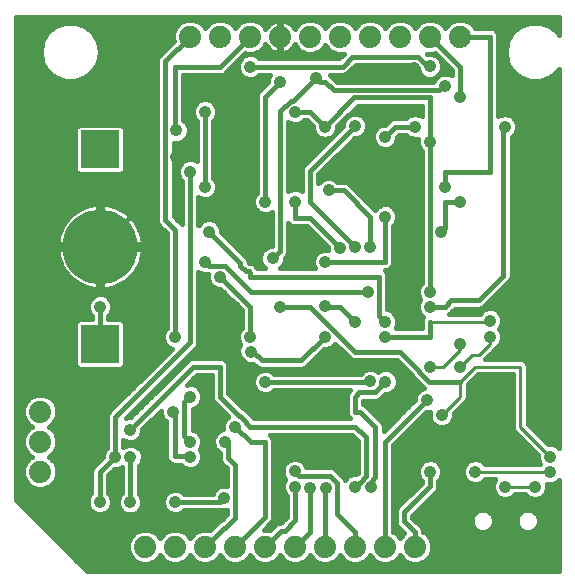
<source format=gbl>
G75*
%MOIN*%
%OFA0B0*%
%FSLAX25Y25*%
%IPPOS*%
%LPD*%
%AMOC8*
5,1,8,0,0,1.08239X$1,22.5*
%
%ADD10C,0.25000*%
%ADD11R,0.12598X0.12598*%
%ADD12C,0.07400*%
%ADD13C,0.01600*%
%ADD14C,0.04165*%
%ADD15C,0.01000*%
D10*
X0037913Y0121346D03*
D11*
X0037913Y0088963D03*
X0037913Y0153730D03*
D12*
X0067913Y0191346D03*
X0077913Y0191346D03*
X0087913Y0191346D03*
X0097913Y0191346D03*
X0107913Y0191346D03*
X0117913Y0191346D03*
X0127913Y0191346D03*
X0137913Y0191346D03*
X0147913Y0191346D03*
X0157913Y0191346D03*
X0017913Y0066346D03*
X0017913Y0056346D03*
X0017913Y0046346D03*
X0052913Y0021346D03*
X0062913Y0021346D03*
X0072913Y0021346D03*
X0082913Y0021346D03*
X0092913Y0021346D03*
X0102913Y0021346D03*
X0112913Y0021346D03*
X0122913Y0021346D03*
X0132913Y0021346D03*
X0142913Y0021346D03*
D13*
X0047475Y0023112D02*
X0023648Y0023112D01*
X0025246Y0021514D02*
X0047213Y0021514D01*
X0047213Y0022480D02*
X0047213Y0020213D01*
X0048081Y0018118D01*
X0049685Y0016514D01*
X0051780Y0015646D01*
X0054047Y0015646D01*
X0056142Y0016514D01*
X0057746Y0018118D01*
X0057913Y0018523D01*
X0058081Y0018118D01*
X0059685Y0016514D01*
X0061780Y0015646D01*
X0064047Y0015646D01*
X0066142Y0016514D01*
X0067746Y0018118D01*
X0067913Y0018523D01*
X0068081Y0018118D01*
X0069685Y0016514D01*
X0071780Y0015646D01*
X0074047Y0015646D01*
X0076142Y0016514D01*
X0077746Y0018118D01*
X0077913Y0018523D01*
X0078081Y0018118D01*
X0079685Y0016514D01*
X0081780Y0015646D01*
X0084047Y0015646D01*
X0086142Y0016514D01*
X0087746Y0018118D01*
X0087913Y0018523D01*
X0088081Y0018118D01*
X0089685Y0016514D01*
X0091780Y0015646D01*
X0094047Y0015646D01*
X0096142Y0016514D01*
X0097746Y0018118D01*
X0097913Y0018523D01*
X0098081Y0018118D01*
X0099685Y0016514D01*
X0101780Y0015646D01*
X0104047Y0015646D01*
X0106142Y0016514D01*
X0107746Y0018118D01*
X0107913Y0018523D01*
X0108081Y0018118D01*
X0109685Y0016514D01*
X0111780Y0015646D01*
X0114047Y0015646D01*
X0116142Y0016514D01*
X0117746Y0018118D01*
X0117913Y0018523D01*
X0118081Y0018118D01*
X0119685Y0016514D01*
X0121780Y0015646D01*
X0124047Y0015646D01*
X0126142Y0016514D01*
X0127746Y0018118D01*
X0127913Y0018523D01*
X0128081Y0018118D01*
X0129685Y0016514D01*
X0131780Y0015646D01*
X0134047Y0015646D01*
X0136142Y0016514D01*
X0137746Y0018118D01*
X0137913Y0018523D01*
X0138081Y0018118D01*
X0139685Y0016514D01*
X0141780Y0015646D01*
X0144047Y0015646D01*
X0146142Y0016514D01*
X0147746Y0018118D01*
X0148613Y0020213D01*
X0148613Y0022480D01*
X0147746Y0024575D01*
X0146142Y0026179D01*
X0145713Y0026356D01*
X0145713Y0026695D01*
X0145287Y0027724D01*
X0142031Y0030981D01*
X0142031Y0031712D01*
X0150287Y0039968D01*
X0150713Y0040998D01*
X0150713Y0043373D01*
X0151375Y0044034D01*
X0151996Y0045534D01*
X0151996Y0047159D01*
X0151375Y0048659D01*
X0150226Y0049808D01*
X0148725Y0050429D01*
X0147101Y0050429D01*
X0145601Y0049808D01*
X0144452Y0048659D01*
X0143831Y0047159D01*
X0143831Y0045534D01*
X0144452Y0044034D01*
X0145113Y0043373D01*
X0145113Y0042714D01*
X0136857Y0034458D01*
X0136431Y0033429D01*
X0136431Y0029264D01*
X0136857Y0028235D01*
X0139299Y0025793D01*
X0138081Y0024575D01*
X0137913Y0024170D01*
X0137746Y0024575D01*
X0136142Y0026179D01*
X0135713Y0026356D01*
X0135713Y0055187D01*
X0145287Y0064760D01*
X0146698Y0066171D01*
X0147633Y0066171D01*
X0147813Y0066246D01*
X0147738Y0066066D01*
X0147738Y0064442D01*
X0148360Y0062941D01*
X0149508Y0061793D01*
X0151009Y0061171D01*
X0152633Y0061171D01*
X0154134Y0061793D01*
X0155282Y0062941D01*
X0155904Y0064442D01*
X0155904Y0065801D01*
X0159330Y0069227D01*
X0160033Y0069930D01*
X0160413Y0070849D01*
X0160413Y0075065D01*
X0160587Y0075485D01*
X0163949Y0078846D01*
X0175413Y0078846D01*
X0175413Y0060849D01*
X0175794Y0059930D01*
X0176497Y0059227D01*
X0183831Y0051894D01*
X0183831Y0050534D01*
X0184452Y0049034D01*
X0184640Y0048846D01*
X0166187Y0048846D01*
X0165226Y0049808D01*
X0163725Y0050429D01*
X0162101Y0050429D01*
X0160601Y0049808D01*
X0159452Y0048659D01*
X0158831Y0047159D01*
X0158831Y0045534D01*
X0159452Y0044034D01*
X0160601Y0042885D01*
X0162101Y0042264D01*
X0163725Y0042264D01*
X0165226Y0042885D01*
X0166187Y0043846D01*
X0169640Y0043846D01*
X0169452Y0043659D01*
X0168831Y0042159D01*
X0168831Y0040534D01*
X0169452Y0039034D01*
X0170601Y0037885D01*
X0172101Y0037264D01*
X0173725Y0037264D01*
X0175226Y0037885D01*
X0176187Y0038846D01*
X0179640Y0038846D01*
X0180601Y0037885D01*
X0182101Y0037264D01*
X0183725Y0037264D01*
X0185226Y0037885D01*
X0186375Y0039034D01*
X0186996Y0040534D01*
X0186996Y0042159D01*
X0186922Y0042338D01*
X0187101Y0042264D01*
X0188725Y0042264D01*
X0190226Y0042885D01*
X0190835Y0043494D01*
X0190835Y0013346D01*
X0033413Y0013346D01*
X0009913Y0036846D01*
X0009913Y0198047D01*
X0190835Y0198047D01*
X0190835Y0192026D01*
X0190459Y0192678D01*
X0190459Y0192678D01*
X0187838Y0194876D01*
X0187838Y0194876D01*
X0184624Y0196046D01*
X0181203Y0196046D01*
X0177989Y0194876D01*
X0175368Y0192678D01*
X0175368Y0192678D01*
X0175368Y0192678D01*
X0173658Y0189715D01*
X0173064Y0186346D01*
X0173658Y0182978D01*
X0173658Y0182978D01*
X0175368Y0180015D01*
X0177989Y0177816D01*
X0181203Y0176646D01*
X0184624Y0176646D01*
X0187838Y0177816D01*
X0190459Y0180015D01*
X0190459Y0180015D01*
X0190459Y0180015D01*
X0190835Y0180667D01*
X0190835Y0054199D01*
X0190226Y0054808D01*
X0188725Y0055429D01*
X0187366Y0055429D01*
X0180413Y0062382D01*
X0180413Y0081844D01*
X0180033Y0082763D01*
X0179330Y0083466D01*
X0178411Y0083846D01*
X0166374Y0083846D01*
X0168745Y0086218D01*
X0169028Y0086501D01*
X0169330Y0086802D01*
X0170033Y0087506D01*
X0170183Y0087867D01*
X0170226Y0087885D01*
X0171375Y0089034D01*
X0171996Y0090534D01*
X0171996Y0092159D01*
X0171375Y0093659D01*
X0171011Y0094022D01*
X0171375Y0094386D01*
X0171996Y0095886D01*
X0171996Y0097511D01*
X0171375Y0099011D01*
X0170226Y0100160D01*
X0168725Y0100781D01*
X0167101Y0100781D01*
X0165601Y0100160D01*
X0164452Y0099011D01*
X0164384Y0098846D01*
X0154195Y0098846D01*
X0154499Y0098973D01*
X0156184Y0100657D01*
X0164667Y0100657D01*
X0165696Y0101084D01*
X0174687Y0110075D01*
X0175113Y0111104D01*
X0175113Y0157839D01*
X0175226Y0157885D01*
X0176375Y0159034D01*
X0176996Y0160534D01*
X0176996Y0162159D01*
X0176375Y0163659D01*
X0175226Y0164808D01*
X0173725Y0165429D01*
X0172101Y0165429D01*
X0170713Y0164854D01*
X0170713Y0191903D01*
X0170287Y0192933D01*
X0169499Y0193720D01*
X0168470Y0194146D01*
X0162923Y0194146D01*
X0162746Y0194575D01*
X0161142Y0196179D01*
X0159047Y0197046D01*
X0156780Y0197046D01*
X0154685Y0196179D01*
X0153081Y0194575D01*
X0152913Y0194170D01*
X0152746Y0194575D01*
X0151142Y0196179D01*
X0149047Y0197046D01*
X0146780Y0197046D01*
X0144685Y0196179D01*
X0143081Y0194575D01*
X0142913Y0194170D01*
X0142746Y0194575D01*
X0141142Y0196179D01*
X0139047Y0197046D01*
X0136780Y0197046D01*
X0134685Y0196179D01*
X0133081Y0194575D01*
X0132913Y0194170D01*
X0132746Y0194575D01*
X0131142Y0196179D01*
X0129047Y0197046D01*
X0126780Y0197046D01*
X0124685Y0196179D01*
X0123081Y0194575D01*
X0122913Y0194170D01*
X0122746Y0194575D01*
X0121142Y0196179D01*
X0119047Y0197046D01*
X0116780Y0197046D01*
X0114685Y0196179D01*
X0113081Y0194575D01*
X0112913Y0194170D01*
X0112746Y0194575D01*
X0111142Y0196179D01*
X0109047Y0197046D01*
X0106780Y0197046D01*
X0104685Y0196179D01*
X0103081Y0194575D01*
X0102794Y0193882D01*
X0102617Y0194229D01*
X0102109Y0194929D01*
X0101496Y0195542D01*
X0100796Y0196050D01*
X0100025Y0196443D01*
X0099201Y0196711D01*
X0098346Y0196846D01*
X0098113Y0196846D01*
X0098113Y0191547D01*
X0097713Y0191547D01*
X0097713Y0196846D01*
X0097481Y0196846D01*
X0096625Y0196711D01*
X0095802Y0196443D01*
X0095031Y0196050D01*
X0094330Y0195542D01*
X0093718Y0194929D01*
X0093209Y0194229D01*
X0093033Y0193882D01*
X0092746Y0194575D01*
X0091142Y0196179D01*
X0089047Y0197046D01*
X0086780Y0197046D01*
X0084685Y0196179D01*
X0083081Y0194575D01*
X0082913Y0194170D01*
X0082746Y0194575D01*
X0081142Y0196179D01*
X0079047Y0197046D01*
X0076780Y0197046D01*
X0074685Y0196179D01*
X0073081Y0194575D01*
X0072913Y0194170D01*
X0072746Y0194575D01*
X0071142Y0196179D01*
X0069047Y0197046D01*
X0066780Y0197046D01*
X0064685Y0196179D01*
X0063081Y0194575D01*
X0062213Y0192480D01*
X0062213Y0190213D01*
X0062391Y0189784D01*
X0057251Y0184644D01*
X0056824Y0183614D01*
X0056824Y0129776D01*
X0057251Y0128747D01*
X0058038Y0127959D01*
X0058038Y0127959D01*
X0060113Y0125884D01*
X0060113Y0094320D01*
X0059452Y0093659D01*
X0058831Y0092159D01*
X0058831Y0090534D01*
X0059452Y0089034D01*
X0060601Y0087885D01*
X0061860Y0087364D01*
X0041327Y0066831D01*
X0040540Y0066044D01*
X0040113Y0065015D01*
X0040113Y0054320D01*
X0039452Y0053659D01*
X0038831Y0052159D01*
X0038831Y0051224D01*
X0036223Y0048616D01*
X0035436Y0047828D01*
X0035009Y0046799D01*
X0035009Y0039216D01*
X0034348Y0038555D01*
X0033727Y0037055D01*
X0033727Y0035430D01*
X0034348Y0033930D01*
X0035497Y0032781D01*
X0036997Y0032160D01*
X0038621Y0032160D01*
X0040122Y0032781D01*
X0041270Y0033930D01*
X0041892Y0035430D01*
X0041892Y0037055D01*
X0041270Y0038555D01*
X0040609Y0039216D01*
X0040609Y0045083D01*
X0042791Y0047264D01*
X0043725Y0047264D01*
X0045217Y0047882D01*
X0045217Y0039226D01*
X0044452Y0038461D01*
X0043831Y0036960D01*
X0043831Y0035336D01*
X0044452Y0033835D01*
X0045601Y0032687D01*
X0047101Y0032065D01*
X0048725Y0032065D01*
X0050226Y0032687D01*
X0051375Y0033835D01*
X0051996Y0035336D01*
X0051996Y0036960D01*
X0051375Y0038461D01*
X0050817Y0039018D01*
X0050817Y0048269D01*
X0051479Y0048930D01*
X0052100Y0050430D01*
X0052100Y0052055D01*
X0051479Y0053555D01*
X0050330Y0054704D01*
X0048830Y0055325D01*
X0047205Y0055325D01*
X0045713Y0054707D01*
X0045713Y0056795D01*
X0047101Y0056220D01*
X0048725Y0056220D01*
X0050226Y0056842D01*
X0051375Y0057990D01*
X0051996Y0059491D01*
X0051996Y0060426D01*
X0058271Y0066701D01*
X0058271Y0065534D01*
X0058893Y0064034D01*
X0059948Y0062979D01*
X0059948Y0050955D01*
X0060374Y0049926D01*
X0061162Y0049138D01*
X0062191Y0048712D01*
X0064774Y0048712D01*
X0065601Y0047885D01*
X0067101Y0047264D01*
X0068725Y0047264D01*
X0070226Y0047885D01*
X0071375Y0049034D01*
X0071996Y0050534D01*
X0071996Y0052159D01*
X0071375Y0053659D01*
X0071187Y0053846D01*
X0071375Y0054034D01*
X0071996Y0055534D01*
X0071996Y0057159D01*
X0071375Y0058659D01*
X0070226Y0059808D01*
X0068837Y0060383D01*
X0068837Y0067310D01*
X0070226Y0067885D01*
X0071375Y0069034D01*
X0071996Y0070534D01*
X0071996Y0072159D01*
X0071375Y0073659D01*
X0070226Y0074808D01*
X0068725Y0075429D01*
X0067101Y0075429D01*
X0066927Y0075357D01*
X0070116Y0078546D01*
X0075113Y0078546D01*
X0075113Y0070789D01*
X0075540Y0069760D01*
X0080547Y0064753D01*
X0079452Y0063659D01*
X0078831Y0062159D01*
X0078831Y0060534D01*
X0078880Y0060415D01*
X0077381Y0059794D01*
X0076233Y0058645D01*
X0075611Y0057145D01*
X0075611Y0055521D01*
X0076233Y0054020D01*
X0077381Y0052872D01*
X0077784Y0052705D01*
X0077784Y0050387D01*
X0078211Y0049358D01*
X0078998Y0048570D01*
X0080113Y0047455D01*
X0080113Y0041656D01*
X0080043Y0041685D01*
X0078419Y0041685D01*
X0076918Y0041064D01*
X0075770Y0039915D01*
X0075403Y0039031D01*
X0065887Y0039031D01*
X0065226Y0039692D01*
X0063725Y0040313D01*
X0062101Y0040313D01*
X0060601Y0039692D01*
X0059452Y0038543D01*
X0058831Y0037043D01*
X0058831Y0035419D01*
X0059452Y0033918D01*
X0060601Y0032770D01*
X0062101Y0032148D01*
X0063725Y0032148D01*
X0065226Y0032770D01*
X0065887Y0033431D01*
X0078416Y0033431D01*
X0078631Y0033520D01*
X0080043Y0033520D01*
X0080113Y0033549D01*
X0080113Y0032080D01*
X0078372Y0030339D01*
X0077645Y0030037D01*
X0074476Y0026869D01*
X0074047Y0027046D01*
X0071780Y0027046D01*
X0069685Y0026179D01*
X0068081Y0024575D01*
X0067913Y0024170D01*
X0067746Y0024575D01*
X0066142Y0026179D01*
X0064047Y0027046D01*
X0061780Y0027046D01*
X0059685Y0026179D01*
X0058081Y0024575D01*
X0057913Y0024170D01*
X0057746Y0024575D01*
X0056142Y0026179D01*
X0054047Y0027046D01*
X0051780Y0027046D01*
X0049685Y0026179D01*
X0048081Y0024575D01*
X0047213Y0022480D01*
X0048217Y0024711D02*
X0022049Y0024711D01*
X0020451Y0026309D02*
X0050000Y0026309D01*
X0055827Y0026309D02*
X0060000Y0026309D01*
X0058217Y0024711D02*
X0057610Y0024711D01*
X0057828Y0018317D02*
X0057999Y0018317D01*
X0059481Y0016718D02*
X0056346Y0016718D01*
X0049481Y0016718D02*
X0030042Y0016718D01*
X0031640Y0015120D02*
X0190835Y0015120D01*
X0190835Y0016718D02*
X0146346Y0016718D01*
X0147828Y0018317D02*
X0190835Y0018317D01*
X0190835Y0019915D02*
X0148490Y0019915D01*
X0148613Y0021514D02*
X0190835Y0021514D01*
X0190835Y0023112D02*
X0148352Y0023112D01*
X0147610Y0024711D02*
X0190835Y0024711D01*
X0190835Y0026309D02*
X0145827Y0026309D01*
X0145104Y0027908D02*
X0162338Y0027908D01*
X0162319Y0027927D02*
X0163352Y0026894D01*
X0164702Y0026335D01*
X0166164Y0026335D01*
X0167514Y0026894D01*
X0168547Y0027927D01*
X0169106Y0029277D01*
X0169106Y0030739D01*
X0168547Y0032089D01*
X0167514Y0033122D01*
X0166164Y0033681D01*
X0164702Y0033681D01*
X0163352Y0033122D01*
X0162319Y0032089D01*
X0161760Y0030739D01*
X0161760Y0029277D01*
X0162319Y0027927D01*
X0161760Y0029506D02*
X0143505Y0029506D01*
X0142031Y0031105D02*
X0161912Y0031105D01*
X0162934Y0032703D02*
X0143022Y0032703D01*
X0144620Y0034302D02*
X0190835Y0034302D01*
X0190835Y0035900D02*
X0146219Y0035900D01*
X0147817Y0037499D02*
X0171534Y0037499D01*
X0169426Y0039097D02*
X0149416Y0039097D01*
X0150588Y0040696D02*
X0168831Y0040696D01*
X0168887Y0042294D02*
X0163799Y0042294D01*
X0162027Y0042294D02*
X0150713Y0042294D01*
X0151234Y0043893D02*
X0159593Y0043893D01*
X0158848Y0045491D02*
X0151978Y0045491D01*
X0151996Y0047090D02*
X0158831Y0047090D01*
X0159482Y0048688D02*
X0151345Y0048688D01*
X0149069Y0050287D02*
X0161758Y0050287D01*
X0164069Y0050287D02*
X0183933Y0050287D01*
X0183831Y0051885D02*
X0135713Y0051885D01*
X0135713Y0050287D02*
X0146758Y0050287D01*
X0144482Y0048688D02*
X0135713Y0048688D01*
X0135713Y0047090D02*
X0143831Y0047090D01*
X0143848Y0045491D02*
X0135713Y0045491D01*
X0135713Y0043893D02*
X0144593Y0043893D01*
X0144693Y0042294D02*
X0135713Y0042294D01*
X0135713Y0040696D02*
X0143095Y0040696D01*
X0141496Y0039097D02*
X0135713Y0039097D01*
X0135713Y0037499D02*
X0139898Y0037499D01*
X0138299Y0035900D02*
X0135713Y0035900D01*
X0135713Y0034302D02*
X0136792Y0034302D01*
X0136431Y0032703D02*
X0135713Y0032703D01*
X0135713Y0031105D02*
X0136431Y0031105D01*
X0136431Y0029506D02*
X0135713Y0029506D01*
X0135713Y0027908D02*
X0137184Y0027908D01*
X0135827Y0026309D02*
X0138783Y0026309D01*
X0138217Y0024711D02*
X0137610Y0024711D01*
X0132913Y0026555D02*
X0132913Y0021346D01*
X0132913Y0056346D01*
X0142913Y0066346D01*
X0146821Y0070254D01*
X0147099Y0069976D01*
X0142738Y0070131D02*
X0141327Y0068720D01*
X0132424Y0059817D01*
X0132424Y0061903D01*
X0131998Y0062933D01*
X0126998Y0067933D01*
X0126210Y0068720D01*
X0125713Y0068926D01*
X0125713Y0069968D01*
X0130100Y0069968D01*
X0131129Y0070394D01*
X0131917Y0071182D01*
X0132999Y0072264D01*
X0133795Y0072264D01*
X0135295Y0072885D01*
X0136444Y0074034D01*
X0137065Y0075534D01*
X0137065Y0077159D01*
X0136444Y0078659D01*
X0135295Y0079808D01*
X0133795Y0080429D01*
X0132171Y0080429D01*
X0130670Y0079808D01*
X0130552Y0079690D01*
X0130330Y0079912D01*
X0128830Y0080533D01*
X0127205Y0080533D01*
X0125705Y0079912D01*
X0124836Y0079042D01*
X0095991Y0079042D01*
X0095330Y0079704D01*
X0093830Y0080325D01*
X0092205Y0080325D01*
X0090705Y0079704D01*
X0089556Y0078555D01*
X0088935Y0077055D01*
X0088935Y0075430D01*
X0089556Y0073930D01*
X0090705Y0072781D01*
X0092205Y0072160D01*
X0093830Y0072160D01*
X0095330Y0072781D01*
X0095991Y0073442D01*
X0121050Y0073442D01*
X0120540Y0072933D01*
X0120113Y0071903D01*
X0120113Y0065789D01*
X0120540Y0064760D01*
X0121154Y0064146D01*
X0089099Y0064146D01*
X0088970Y0064458D01*
X0088182Y0065246D01*
X0086025Y0067403D01*
X0085670Y0067550D01*
X0080713Y0072506D01*
X0080713Y0081903D01*
X0080287Y0082933D01*
X0079499Y0083720D01*
X0078470Y0084146D01*
X0068400Y0084146D01*
X0067371Y0083720D01*
X0066583Y0082933D01*
X0048036Y0064386D01*
X0047101Y0064386D01*
X0046589Y0064174D01*
X0069499Y0087084D01*
X0069499Y0087084D01*
X0070287Y0087872D01*
X0070713Y0088901D01*
X0070713Y0112839D01*
X0072101Y0112264D01*
X0073590Y0112264D01*
X0073674Y0112229D01*
X0073860Y0112229D01*
X0073831Y0112159D01*
X0073831Y0110534D01*
X0074452Y0109034D01*
X0075601Y0107885D01*
X0077101Y0107264D01*
X0078036Y0107264D01*
X0085113Y0100187D01*
X0085113Y0094320D01*
X0084452Y0093659D01*
X0083831Y0092159D01*
X0083831Y0090534D01*
X0084452Y0089034D01*
X0084709Y0088777D01*
X0084626Y0088694D01*
X0084004Y0087193D01*
X0084004Y0085569D01*
X0084626Y0084068D01*
X0085774Y0082920D01*
X0087275Y0082298D01*
X0088899Y0082298D01*
X0088911Y0082303D01*
X0090131Y0081084D01*
X0091160Y0080657D01*
X0105581Y0080657D01*
X0106610Y0081084D01*
X0112686Y0087160D01*
X0113621Y0087160D01*
X0115122Y0087781D01*
X0116270Y0088930D01*
X0116300Y0089000D01*
X0120540Y0084760D01*
X0121327Y0083973D01*
X0122356Y0083546D01*
X0136754Y0083546D01*
X0141832Y0078468D01*
X0141975Y0078122D01*
X0145337Y0074760D01*
X0145833Y0074264D01*
X0144508Y0073715D01*
X0143360Y0072567D01*
X0142738Y0071066D01*
X0142738Y0070131D01*
X0142076Y0069469D02*
X0125713Y0069469D01*
X0127060Y0067871D02*
X0140478Y0067871D01*
X0138879Y0066272D02*
X0128659Y0066272D01*
X0130257Y0064674D02*
X0137281Y0064674D01*
X0135682Y0063075D02*
X0131856Y0063075D01*
X0132424Y0061476D02*
X0134084Y0061476D01*
X0132485Y0059878D02*
X0132424Y0059878D01*
X0129624Y0061346D02*
X0124624Y0066346D01*
X0122913Y0066346D01*
X0122913Y0071346D01*
X0124335Y0072768D01*
X0129543Y0072768D01*
X0131700Y0074925D01*
X0131700Y0075064D01*
X0132983Y0076346D01*
X0134766Y0072666D02*
X0143459Y0072666D01*
X0142739Y0071068D02*
X0131802Y0071068D01*
X0136540Y0074265D02*
X0145833Y0074265D01*
X0145337Y0074760D02*
X0145337Y0074760D01*
X0144234Y0075863D02*
X0137065Y0075863D01*
X0136940Y0077462D02*
X0142636Y0077462D01*
X0141240Y0079060D02*
X0136043Y0079060D01*
X0138043Y0082257D02*
X0107784Y0082257D01*
X0109382Y0083856D02*
X0121610Y0083856D01*
X0120540Y0084760D02*
X0120540Y0084760D01*
X0119846Y0085454D02*
X0110981Y0085454D01*
X0112579Y0087053D02*
X0118247Y0087053D01*
X0116649Y0088651D02*
X0115992Y0088651D01*
X0112809Y0091242D02*
X0105024Y0083457D01*
X0091717Y0083457D01*
X0088793Y0086381D01*
X0088087Y0086381D01*
X0084838Y0083856D02*
X0079172Y0083856D01*
X0080567Y0082257D02*
X0088957Y0082257D01*
X0087913Y0081346D02*
X0087913Y0071346D01*
X0092913Y0066346D01*
X0088754Y0064674D02*
X0120627Y0064674D01*
X0120113Y0066272D02*
X0087156Y0066272D01*
X0085349Y0067871D02*
X0120113Y0067871D01*
X0120113Y0069469D02*
X0083751Y0069469D01*
X0082152Y0071068D02*
X0120113Y0071068D01*
X0120429Y0072666D02*
X0095052Y0072666D01*
X0093017Y0076242D02*
X0127809Y0076242D01*
X0128017Y0076451D01*
X0124853Y0079060D02*
X0095973Y0079060D01*
X0093121Y0076346D02*
X0093017Y0076242D01*
X0090983Y0072666D02*
X0080713Y0072666D01*
X0080713Y0074265D02*
X0089418Y0074265D01*
X0088935Y0075863D02*
X0080713Y0075863D01*
X0080713Y0077462D02*
X0089103Y0077462D01*
X0090061Y0079060D02*
X0080713Y0079060D01*
X0080713Y0080659D02*
X0091157Y0080659D01*
X0087913Y0081346D02*
X0082913Y0086346D01*
X0082913Y0101138D01*
X0082809Y0101242D01*
X0083861Y0101439D02*
X0070713Y0101439D01*
X0070713Y0099841D02*
X0085113Y0099841D01*
X0085113Y0098242D02*
X0070713Y0098242D01*
X0070713Y0096644D02*
X0085113Y0096644D01*
X0085113Y0095045D02*
X0070713Y0095045D01*
X0070713Y0093447D02*
X0084364Y0093447D01*
X0083831Y0091848D02*
X0070713Y0091848D01*
X0070713Y0090250D02*
X0083949Y0090250D01*
X0084608Y0088651D02*
X0070610Y0088651D01*
X0069468Y0087053D02*
X0084004Y0087053D01*
X0084052Y0085454D02*
X0067870Y0085454D01*
X0067698Y0083856D02*
X0066271Y0083856D01*
X0065908Y0082257D02*
X0064673Y0082257D01*
X0064309Y0080659D02*
X0063074Y0080659D01*
X0062711Y0079060D02*
X0061476Y0079060D01*
X0061112Y0077462D02*
X0059877Y0077462D01*
X0059514Y0075863D02*
X0058279Y0075863D01*
X0057915Y0074265D02*
X0056680Y0074265D01*
X0056317Y0072666D02*
X0055081Y0072666D01*
X0054718Y0071068D02*
X0053483Y0071068D01*
X0053119Y0069469D02*
X0051884Y0069469D01*
X0051521Y0067871D02*
X0050286Y0067871D01*
X0049922Y0066272D02*
X0048687Y0066272D01*
X0048324Y0064674D02*
X0047089Y0064674D01*
X0043965Y0069469D02*
X0022790Y0069469D01*
X0022746Y0069575D02*
X0021142Y0071179D01*
X0019047Y0072046D01*
X0016780Y0072046D01*
X0014685Y0071179D01*
X0013081Y0069575D01*
X0012213Y0067480D01*
X0012213Y0065213D01*
X0013081Y0063118D01*
X0014685Y0061514D01*
X0015090Y0061346D01*
X0014685Y0061179D01*
X0013081Y0059575D01*
X0012213Y0057480D01*
X0012213Y0055213D01*
X0013081Y0053118D01*
X0014685Y0051514D01*
X0015090Y0051346D01*
X0014685Y0051179D01*
X0013081Y0049575D01*
X0012213Y0047480D01*
X0012213Y0045213D01*
X0013081Y0043118D01*
X0014685Y0041514D01*
X0016780Y0040646D01*
X0019047Y0040646D01*
X0021142Y0041514D01*
X0022746Y0043118D01*
X0023613Y0045213D01*
X0023613Y0047480D01*
X0022746Y0049575D01*
X0021142Y0051179D01*
X0020737Y0051346D01*
X0021142Y0051514D01*
X0022746Y0053118D01*
X0023613Y0055213D01*
X0023613Y0057480D01*
X0022746Y0059575D01*
X0021142Y0061179D01*
X0020737Y0061346D01*
X0021142Y0061514D01*
X0022746Y0063118D01*
X0023613Y0065213D01*
X0023613Y0067480D01*
X0022746Y0069575D01*
X0023452Y0067871D02*
X0042366Y0067871D01*
X0041327Y0066831D02*
X0041327Y0066831D01*
X0040768Y0066272D02*
X0023613Y0066272D01*
X0023390Y0064674D02*
X0040113Y0064674D01*
X0040113Y0063075D02*
X0022703Y0063075D01*
X0021051Y0061476D02*
X0040113Y0061476D01*
X0040113Y0059878D02*
X0022443Y0059878D01*
X0023282Y0058279D02*
X0040113Y0058279D01*
X0040113Y0056681D02*
X0023613Y0056681D01*
X0023559Y0055082D02*
X0040113Y0055082D01*
X0039380Y0053484D02*
X0022897Y0053484D01*
X0021513Y0051885D02*
X0038831Y0051885D01*
X0037894Y0050287D02*
X0022034Y0050287D01*
X0023113Y0048688D02*
X0036296Y0048688D01*
X0035130Y0047090D02*
X0023613Y0047090D01*
X0023613Y0045491D02*
X0035009Y0045491D01*
X0035009Y0043893D02*
X0023067Y0043893D01*
X0021922Y0042294D02*
X0035009Y0042294D01*
X0035009Y0040696D02*
X0019166Y0040696D01*
X0016660Y0040696D02*
X0009913Y0040696D01*
X0009913Y0042294D02*
X0013904Y0042294D01*
X0012760Y0043893D02*
X0009913Y0043893D01*
X0009913Y0045491D02*
X0012213Y0045491D01*
X0012213Y0047090D02*
X0009913Y0047090D01*
X0009913Y0048688D02*
X0012714Y0048688D01*
X0013793Y0050287D02*
X0009913Y0050287D01*
X0009913Y0051885D02*
X0014313Y0051885D01*
X0012929Y0053484D02*
X0009913Y0053484D01*
X0009913Y0055082D02*
X0012267Y0055082D01*
X0012213Y0056681D02*
X0009913Y0056681D01*
X0009913Y0058279D02*
X0012544Y0058279D01*
X0013384Y0059878D02*
X0009913Y0059878D01*
X0009913Y0061476D02*
X0014776Y0061476D01*
X0013124Y0063075D02*
X0009913Y0063075D01*
X0009913Y0064674D02*
X0012437Y0064674D01*
X0012213Y0066272D02*
X0009913Y0066272D01*
X0009913Y0067871D02*
X0012375Y0067871D01*
X0013037Y0069469D02*
X0009913Y0069469D01*
X0009913Y0071068D02*
X0014573Y0071068D01*
X0009913Y0072666D02*
X0047162Y0072666D01*
X0048760Y0074265D02*
X0009913Y0074265D01*
X0009913Y0075863D02*
X0050359Y0075863D01*
X0051957Y0077462D02*
X0009913Y0077462D01*
X0009913Y0079060D02*
X0053556Y0079060D01*
X0055154Y0080659D02*
X0009913Y0080659D01*
X0009913Y0082257D02*
X0029614Y0082257D01*
X0029614Y0081835D02*
X0030786Y0080664D01*
X0045041Y0080664D01*
X0046213Y0081835D01*
X0046213Y0096091D01*
X0045041Y0097262D01*
X0040713Y0097262D01*
X0040713Y0098373D01*
X0041375Y0099034D01*
X0041996Y0100534D01*
X0041996Y0102159D01*
X0041375Y0103659D01*
X0040226Y0104808D01*
X0038725Y0105429D01*
X0037101Y0105429D01*
X0035601Y0104808D01*
X0034452Y0103659D01*
X0033831Y0102159D01*
X0033831Y0100534D01*
X0034452Y0099034D01*
X0035113Y0098373D01*
X0035113Y0097262D01*
X0030786Y0097262D01*
X0029614Y0096091D01*
X0029614Y0081835D01*
X0029614Y0083856D02*
X0009913Y0083856D01*
X0009913Y0085454D02*
X0029614Y0085454D01*
X0029614Y0087053D02*
X0009913Y0087053D01*
X0009913Y0088651D02*
X0029614Y0088651D01*
X0029614Y0090250D02*
X0009913Y0090250D01*
X0009913Y0091848D02*
X0029614Y0091848D01*
X0029614Y0093447D02*
X0009913Y0093447D01*
X0009913Y0095045D02*
X0029614Y0095045D01*
X0030167Y0096644D02*
X0009913Y0096644D01*
X0009913Y0098242D02*
X0035113Y0098242D01*
X0034118Y0099841D02*
X0009913Y0099841D01*
X0009913Y0101439D02*
X0033831Y0101439D01*
X0034195Y0103038D02*
X0009913Y0103038D01*
X0009913Y0104636D02*
X0035429Y0104636D01*
X0037913Y0101346D02*
X0037913Y0088963D01*
X0046213Y0088651D02*
X0059835Y0088651D01*
X0058949Y0090250D02*
X0046213Y0090250D01*
X0046213Y0091848D02*
X0058831Y0091848D01*
X0059364Y0093447D02*
X0046213Y0093447D01*
X0046213Y0095045D02*
X0060113Y0095045D01*
X0060113Y0096644D02*
X0045659Y0096644D01*
X0041709Y0099841D02*
X0060113Y0099841D01*
X0060113Y0101439D02*
X0041996Y0101439D01*
X0041632Y0103038D02*
X0060113Y0103038D01*
X0060113Y0104636D02*
X0040397Y0104636D01*
X0040014Y0107184D02*
X0038713Y0107056D01*
X0038713Y0120546D01*
X0037113Y0120546D01*
X0037113Y0107056D01*
X0035813Y0107184D01*
X0034435Y0107458D01*
X0033090Y0107866D01*
X0031792Y0108404D01*
X0030553Y0109066D01*
X0029385Y0109847D01*
X0028299Y0110738D01*
X0027305Y0111732D01*
X0026414Y0112818D01*
X0025633Y0113986D01*
X0024971Y0115225D01*
X0024433Y0116523D01*
X0024025Y0117868D01*
X0023751Y0119246D01*
X0023623Y0120546D01*
X0037113Y0120546D01*
X0037113Y0122146D01*
X0023623Y0122146D01*
X0023751Y0123447D01*
X0024025Y0124825D01*
X0024433Y0126170D01*
X0024971Y0127468D01*
X0025633Y0128707D01*
X0026414Y0129875D01*
X0027305Y0130961D01*
X0028299Y0131955D01*
X0029385Y0132846D01*
X0030553Y0133627D01*
X0031792Y0134289D01*
X0033090Y0134827D01*
X0034435Y0135235D01*
X0035813Y0135509D01*
X0037113Y0135637D01*
X0037113Y0122146D01*
X0038713Y0122146D01*
X0038713Y0135637D01*
X0040014Y0135509D01*
X0041392Y0135235D01*
X0042737Y0134827D01*
X0044035Y0134289D01*
X0045274Y0133627D01*
X0046442Y0132846D01*
X0047528Y0131955D01*
X0048522Y0130961D01*
X0049413Y0129875D01*
X0050194Y0128707D01*
X0050856Y0127468D01*
X0051394Y0126170D01*
X0051802Y0124825D01*
X0052076Y0123447D01*
X0052204Y0122146D01*
X0038713Y0122146D01*
X0038713Y0120546D01*
X0052204Y0120546D01*
X0052076Y0119246D01*
X0051802Y0117868D01*
X0051394Y0116523D01*
X0050856Y0115225D01*
X0050194Y0113986D01*
X0049413Y0112818D01*
X0048522Y0111732D01*
X0047528Y0110738D01*
X0046442Y0109847D01*
X0045274Y0109066D01*
X0044035Y0108404D01*
X0042737Y0107866D01*
X0041392Y0107458D01*
X0040014Y0107184D01*
X0038713Y0107833D02*
X0037113Y0107833D01*
X0037113Y0109432D02*
X0038713Y0109432D01*
X0038713Y0111030D02*
X0037113Y0111030D01*
X0037113Y0112629D02*
X0038713Y0112629D01*
X0038713Y0114227D02*
X0037113Y0114227D01*
X0037113Y0115826D02*
X0038713Y0115826D01*
X0038713Y0117424D02*
X0037113Y0117424D01*
X0037113Y0119023D02*
X0038713Y0119023D01*
X0038713Y0120621D02*
X0060113Y0120621D01*
X0060113Y0119023D02*
X0052031Y0119023D01*
X0051667Y0117424D02*
X0060113Y0117424D01*
X0060113Y0115826D02*
X0051105Y0115826D01*
X0050323Y0114227D02*
X0060113Y0114227D01*
X0060113Y0112629D02*
X0049258Y0112629D01*
X0047821Y0111030D02*
X0060113Y0111030D01*
X0060113Y0109432D02*
X0045821Y0109432D01*
X0042628Y0107833D02*
X0060113Y0107833D01*
X0060113Y0106235D02*
X0009913Y0106235D01*
X0009913Y0107833D02*
X0033198Y0107833D01*
X0030006Y0109432D02*
X0009913Y0109432D01*
X0009913Y0111030D02*
X0028006Y0111030D01*
X0026569Y0112629D02*
X0009913Y0112629D01*
X0009913Y0114227D02*
X0025504Y0114227D01*
X0024722Y0115826D02*
X0009913Y0115826D01*
X0009913Y0117424D02*
X0024160Y0117424D01*
X0023795Y0119023D02*
X0009913Y0119023D01*
X0009913Y0120621D02*
X0037113Y0120621D01*
X0037913Y0121346D02*
X0045413Y0121346D01*
X0052197Y0122220D02*
X0060113Y0122220D01*
X0060113Y0123818D02*
X0052002Y0123818D01*
X0051622Y0125417D02*
X0060113Y0125417D01*
X0058982Y0127015D02*
X0051043Y0127015D01*
X0050243Y0128614D02*
X0057383Y0128614D01*
X0056824Y0130212D02*
X0049136Y0130212D01*
X0047672Y0131811D02*
X0056824Y0131811D01*
X0056824Y0133409D02*
X0045599Y0133409D01*
X0042139Y0135008D02*
X0056824Y0135008D01*
X0056824Y0136607D02*
X0009913Y0136607D01*
X0009913Y0138205D02*
X0056824Y0138205D01*
X0056824Y0139804D02*
X0009913Y0139804D01*
X0009913Y0141402D02*
X0056824Y0141402D01*
X0056824Y0143001D02*
X0009913Y0143001D01*
X0009913Y0144599D02*
X0056824Y0144599D01*
X0056824Y0146198D02*
X0045808Y0146198D01*
X0046213Y0146602D02*
X0046213Y0160858D01*
X0045041Y0162029D01*
X0030786Y0162029D01*
X0029614Y0160858D01*
X0029614Y0146602D01*
X0030786Y0145431D01*
X0045041Y0145431D01*
X0046213Y0146602D01*
X0046213Y0147796D02*
X0056824Y0147796D01*
X0056824Y0149395D02*
X0046213Y0149395D01*
X0046213Y0150993D02*
X0056824Y0150993D01*
X0056824Y0152592D02*
X0046213Y0152592D01*
X0046213Y0154190D02*
X0056824Y0154190D01*
X0056824Y0155789D02*
X0046213Y0155789D01*
X0046213Y0157387D02*
X0056824Y0157387D01*
X0056824Y0158986D02*
X0046213Y0158986D01*
X0046213Y0160584D02*
X0056824Y0160584D01*
X0056824Y0162183D02*
X0009913Y0162183D01*
X0009913Y0163781D02*
X0056824Y0163781D01*
X0056824Y0165380D02*
X0009913Y0165380D01*
X0009913Y0166978D02*
X0056824Y0166978D01*
X0056824Y0168577D02*
X0009913Y0168577D01*
X0009913Y0170175D02*
X0056824Y0170175D01*
X0056824Y0171774D02*
X0009913Y0171774D01*
X0009913Y0173372D02*
X0056824Y0173372D01*
X0056824Y0174971D02*
X0009913Y0174971D01*
X0009913Y0176569D02*
X0056824Y0176569D01*
X0056824Y0178168D02*
X0033257Y0178168D01*
X0032838Y0177816D02*
X0035459Y0180015D01*
X0035459Y0180015D01*
X0035459Y0180015D01*
X0037169Y0182978D01*
X0037763Y0186346D01*
X0037763Y0186346D01*
X0037169Y0189715D01*
X0037169Y0189715D01*
X0035459Y0192678D01*
X0032838Y0194876D01*
X0029624Y0196046D01*
X0026203Y0196046D01*
X0022989Y0194876D01*
X0020368Y0192678D01*
X0020368Y0192678D01*
X0020368Y0192678D01*
X0018658Y0189715D01*
X0018064Y0186346D01*
X0018658Y0182978D01*
X0018658Y0182978D01*
X0020368Y0180015D01*
X0022989Y0177816D01*
X0026203Y0176646D01*
X0028391Y0176646D01*
X0029624Y0176646D01*
X0032838Y0177816D01*
X0032838Y0177816D01*
X0029624Y0176646D02*
X0029624Y0176646D01*
X0035162Y0179766D02*
X0056824Y0179766D01*
X0056824Y0181365D02*
X0036238Y0181365D01*
X0037161Y0182963D02*
X0056824Y0182963D01*
X0057217Y0184562D02*
X0037448Y0184562D01*
X0037169Y0182978D02*
X0037169Y0182978D01*
X0037730Y0186160D02*
X0058768Y0186160D01*
X0060366Y0187759D02*
X0037514Y0187759D01*
X0037232Y0189357D02*
X0061965Y0189357D01*
X0062213Y0190956D02*
X0036453Y0190956D01*
X0035530Y0192554D02*
X0062244Y0192554D01*
X0062906Y0194153D02*
X0033701Y0194153D01*
X0032838Y0194876D02*
X0032838Y0194876D01*
X0030434Y0195751D02*
X0064257Y0195751D01*
X0067913Y0191346D02*
X0059624Y0183057D01*
X0059624Y0130333D01*
X0062913Y0127044D01*
X0062913Y0091346D01*
X0061549Y0087053D02*
X0046213Y0087053D01*
X0046213Y0085454D02*
X0059950Y0085454D01*
X0058352Y0083856D02*
X0046213Y0083856D01*
X0046213Y0082257D02*
X0056753Y0082257D01*
X0067433Y0075863D02*
X0075113Y0075863D01*
X0075113Y0074265D02*
X0070769Y0074265D01*
X0071786Y0072666D02*
X0075113Y0072666D01*
X0075113Y0071068D02*
X0071996Y0071068D01*
X0071555Y0069469D02*
X0075831Y0069469D01*
X0077430Y0067871D02*
X0070190Y0067871D01*
X0068837Y0066272D02*
X0079028Y0066272D01*
X0080467Y0064674D02*
X0068837Y0064674D01*
X0068837Y0063075D02*
X0079210Y0063075D01*
X0078831Y0061476D02*
X0068837Y0061476D01*
X0070056Y0059878D02*
X0077584Y0059878D01*
X0076081Y0058279D02*
X0071532Y0058279D01*
X0071996Y0056681D02*
X0075611Y0056681D01*
X0075792Y0055082D02*
X0071809Y0055082D01*
X0071447Y0053484D02*
X0076769Y0053484D01*
X0077784Y0051885D02*
X0071996Y0051885D01*
X0071894Y0050287D02*
X0077826Y0050287D01*
X0078880Y0048688D02*
X0071029Y0048688D01*
X0067913Y0051346D02*
X0067748Y0051512D01*
X0062748Y0051512D01*
X0062748Y0065953D01*
X0062354Y0066346D01*
X0058628Y0064674D02*
X0056244Y0064674D01*
X0057842Y0066272D02*
X0058271Y0066272D01*
X0059852Y0063075D02*
X0054645Y0063075D01*
X0053047Y0061476D02*
X0059948Y0061476D01*
X0059948Y0059878D02*
X0051996Y0059878D01*
X0051494Y0058279D02*
X0059948Y0058279D01*
X0059948Y0056681D02*
X0049837Y0056681D01*
X0049415Y0055082D02*
X0059948Y0055082D01*
X0059948Y0053484D02*
X0051508Y0053484D01*
X0052100Y0051885D02*
X0059948Y0051885D01*
X0060224Y0050287D02*
X0052041Y0050287D01*
X0051237Y0048688D02*
X0064798Y0048688D01*
X0067913Y0056346D02*
X0066037Y0058223D01*
X0066037Y0069470D01*
X0067913Y0071346D01*
X0069032Y0077462D02*
X0075113Y0077462D01*
X0077913Y0081346D02*
X0077913Y0071346D01*
X0084231Y0065029D01*
X0084439Y0065029D01*
X0086596Y0062872D01*
X0086596Y0062664D01*
X0087913Y0061346D01*
X0122913Y0061346D01*
X0124231Y0060029D01*
X0124439Y0060029D01*
X0126596Y0057872D01*
X0126596Y0044821D01*
X0124439Y0042664D01*
X0124231Y0042664D01*
X0122913Y0041346D01*
X0119686Y0043893D02*
X0119424Y0043893D01*
X0119501Y0043707D02*
X0119345Y0044083D01*
X0116025Y0047403D01*
X0114996Y0047829D01*
X0106657Y0047829D01*
X0106270Y0048763D01*
X0105122Y0049912D01*
X0103621Y0050533D01*
X0101997Y0050533D01*
X0100497Y0049912D01*
X0099348Y0048763D01*
X0098727Y0047263D01*
X0098727Y0045638D01*
X0099348Y0044138D01*
X0099640Y0043846D01*
X0099452Y0043659D01*
X0098831Y0042159D01*
X0098831Y0040534D01*
X0099452Y0039034D01*
X0100113Y0038373D01*
X0100113Y0031266D01*
X0098279Y0029431D01*
X0097641Y0029431D01*
X0096612Y0029005D01*
X0094476Y0026869D01*
X0094047Y0027046D01*
X0092573Y0027046D01*
X0095287Y0029760D01*
X0095713Y0030789D01*
X0095713Y0056695D01*
X0095287Y0057724D01*
X0094499Y0058512D01*
X0094416Y0058546D01*
X0121754Y0058546D01*
X0121857Y0058443D01*
X0122645Y0057655D01*
X0123000Y0057508D01*
X0123796Y0056712D01*
X0123796Y0045981D01*
X0123244Y0045429D01*
X0122101Y0045429D01*
X0120601Y0044808D01*
X0119501Y0043707D01*
X0117936Y0045491D02*
X0123307Y0045491D01*
X0123796Y0047090D02*
X0116338Y0047090D01*
X0114439Y0045029D02*
X0116971Y0042497D01*
X0116971Y0032288D01*
X0122913Y0026346D01*
X0122913Y0021346D01*
X0119481Y0016718D02*
X0116346Y0016718D01*
X0117828Y0018317D02*
X0117999Y0018317D01*
X0112913Y0021346D02*
X0112913Y0040596D01*
X0113289Y0040971D01*
X0114439Y0045029D02*
X0104231Y0045029D01*
X0102809Y0046451D01*
X0101403Y0050287D02*
X0095713Y0050287D01*
X0095713Y0051885D02*
X0123796Y0051885D01*
X0123796Y0050287D02*
X0104216Y0050287D01*
X0106301Y0048688D02*
X0123796Y0048688D01*
X0123796Y0053484D02*
X0095713Y0053484D01*
X0095713Y0055082D02*
X0123796Y0055082D01*
X0123796Y0056681D02*
X0095713Y0056681D01*
X0094732Y0058279D02*
X0122021Y0058279D01*
X0121857Y0058443D02*
X0121857Y0058443D01*
X0129624Y0061346D02*
X0129624Y0044455D01*
X0128121Y0042952D01*
X0128121Y0041138D01*
X0139231Y0032872D02*
X0139231Y0029821D01*
X0142913Y0026138D01*
X0142913Y0021346D01*
X0139481Y0016718D02*
X0136346Y0016718D01*
X0137828Y0018317D02*
X0137999Y0018317D01*
X0129481Y0016718D02*
X0126346Y0016718D01*
X0127828Y0018317D02*
X0127999Y0018317D01*
X0139231Y0032872D02*
X0147913Y0041555D01*
X0147913Y0046346D01*
X0137208Y0056681D02*
X0179043Y0056681D01*
X0177445Y0058279D02*
X0138806Y0058279D01*
X0140405Y0059878D02*
X0175846Y0059878D01*
X0175413Y0061476D02*
X0153370Y0061476D01*
X0155337Y0063075D02*
X0175413Y0063075D01*
X0175413Y0064674D02*
X0155904Y0064674D01*
X0156374Y0066272D02*
X0175413Y0066272D01*
X0175413Y0067871D02*
X0157973Y0067871D01*
X0159572Y0069469D02*
X0175413Y0069469D01*
X0175413Y0071068D02*
X0160413Y0071068D01*
X0160413Y0072666D02*
X0175413Y0072666D01*
X0175413Y0074265D02*
X0160413Y0074265D01*
X0160966Y0075863D02*
X0175413Y0075863D01*
X0175413Y0077462D02*
X0162564Y0077462D01*
X0157913Y0076346D02*
X0147711Y0076346D01*
X0144349Y0079709D01*
X0144349Y0079911D01*
X0137913Y0086346D01*
X0122913Y0086346D01*
X0107913Y0101346D01*
X0097913Y0101346D01*
X0087913Y0101346D02*
X0087913Y0091346D01*
X0087913Y0101346D02*
X0077913Y0111346D01*
X0074287Y0109432D02*
X0070713Y0109432D01*
X0070713Y0111030D02*
X0073831Y0111030D01*
X0071220Y0112629D02*
X0070713Y0112629D01*
X0074231Y0115029D02*
X0072913Y0116346D01*
X0074231Y0115029D02*
X0079439Y0115029D01*
X0088121Y0106346D01*
X0127231Y0106346D01*
X0130913Y0111346D02*
X0087913Y0111346D01*
X0087913Y0112664D01*
X0087520Y0113057D01*
X0086551Y0113057D01*
X0084624Y0114984D01*
X0084624Y0115953D01*
X0074231Y0126346D01*
X0077711Y0128614D02*
X0095113Y0128614D01*
X0095113Y0130212D02*
X0075566Y0130212D01*
X0075043Y0130429D02*
X0073419Y0130429D01*
X0071918Y0129808D01*
X0070770Y0128659D01*
X0070713Y0128523D01*
X0070713Y0137839D01*
X0072101Y0137264D01*
X0073725Y0137264D01*
X0075226Y0137885D01*
X0076375Y0139034D01*
X0076996Y0140534D01*
X0076996Y0142159D01*
X0076375Y0143659D01*
X0075713Y0144320D01*
X0075713Y0163373D01*
X0076375Y0164034D01*
X0076996Y0165534D01*
X0076996Y0167159D01*
X0076375Y0168659D01*
X0075226Y0169808D01*
X0073725Y0170429D01*
X0072101Y0170429D01*
X0070601Y0169808D01*
X0069452Y0168659D01*
X0068831Y0167159D01*
X0068831Y0165534D01*
X0069452Y0164034D01*
X0070113Y0163373D01*
X0070113Y0149854D01*
X0068725Y0150429D01*
X0067101Y0150429D01*
X0065601Y0149808D01*
X0064452Y0148659D01*
X0063831Y0147159D01*
X0063831Y0145534D01*
X0064452Y0144034D01*
X0065113Y0143373D01*
X0065113Y0128804D01*
X0064499Y0129418D01*
X0062424Y0131493D01*
X0062424Y0156033D01*
X0062495Y0156004D01*
X0064119Y0156004D01*
X0065620Y0156625D01*
X0066768Y0157774D01*
X0067390Y0159275D01*
X0067390Y0160899D01*
X0066768Y0162399D01*
X0065713Y0163454D01*
X0065713Y0164706D01*
X0065624Y0164921D01*
X0065624Y0167772D01*
X0065713Y0167986D01*
X0065713Y0178546D01*
X0078470Y0178546D01*
X0079499Y0178973D01*
X0080287Y0179760D01*
X0080287Y0179760D01*
X0086351Y0185824D01*
X0086780Y0185646D01*
X0089047Y0185646D01*
X0091142Y0186514D01*
X0092746Y0188118D01*
X0093033Y0188811D01*
X0093209Y0188464D01*
X0093718Y0187763D01*
X0094330Y0187151D01*
X0095031Y0186642D01*
X0095802Y0186249D01*
X0096625Y0185982D01*
X0097481Y0185846D01*
X0097713Y0185846D01*
X0097713Y0191146D01*
X0098113Y0191146D01*
X0098113Y0185846D01*
X0098346Y0185846D01*
X0099201Y0185982D01*
X0100025Y0186249D01*
X0100796Y0186642D01*
X0101496Y0187151D01*
X0102109Y0187763D01*
X0102617Y0188464D01*
X0102794Y0188811D01*
X0103081Y0188118D01*
X0104685Y0186514D01*
X0106780Y0185646D01*
X0109047Y0185646D01*
X0111142Y0186514D01*
X0112746Y0188118D01*
X0112913Y0188523D01*
X0113081Y0188118D01*
X0114685Y0186514D01*
X0116780Y0185646D01*
X0119047Y0185646D01*
X0119079Y0185660D01*
X0117566Y0184146D01*
X0090887Y0184146D01*
X0090226Y0184808D01*
X0088725Y0185429D01*
X0087101Y0185429D01*
X0085601Y0184808D01*
X0084452Y0183659D01*
X0083831Y0182159D01*
X0083831Y0180534D01*
X0084452Y0179034D01*
X0085601Y0177885D01*
X0087101Y0177264D01*
X0088725Y0177264D01*
X0090226Y0177885D01*
X0090887Y0178546D01*
X0094406Y0178546D01*
X0093831Y0177159D01*
X0093831Y0176224D01*
X0090540Y0172933D01*
X0090113Y0171903D01*
X0090113Y0139320D01*
X0089452Y0138659D01*
X0088831Y0137159D01*
X0088831Y0135534D01*
X0089452Y0134034D01*
X0090601Y0132885D01*
X0092101Y0132264D01*
X0093725Y0132264D01*
X0095113Y0132839D01*
X0095113Y0121533D01*
X0094601Y0121533D01*
X0093101Y0120911D01*
X0091952Y0119763D01*
X0091331Y0118262D01*
X0091331Y0116638D01*
X0091952Y0115138D01*
X0092943Y0114146D01*
X0090330Y0114146D01*
X0090287Y0114250D01*
X0089106Y0115431D01*
X0088077Y0115857D01*
X0087711Y0115857D01*
X0087424Y0116144D01*
X0087424Y0116510D01*
X0086998Y0117539D01*
X0086210Y0118326D01*
X0078313Y0126224D01*
X0078313Y0127159D01*
X0077692Y0128659D01*
X0076543Y0129808D01*
X0075043Y0130429D01*
X0072896Y0130212D02*
X0070713Y0130212D01*
X0070713Y0128614D02*
X0070751Y0128614D01*
X0070713Y0131811D02*
X0095113Y0131811D01*
X0095113Y0127015D02*
X0078313Y0127015D01*
X0079120Y0125417D02*
X0095113Y0125417D01*
X0095113Y0123818D02*
X0080719Y0123818D01*
X0082317Y0122220D02*
X0095113Y0122220D01*
X0092811Y0120621D02*
X0083916Y0120621D01*
X0085514Y0119023D02*
X0091646Y0119023D01*
X0091331Y0117424D02*
X0087046Y0117424D01*
X0088153Y0115826D02*
X0091667Y0115826D01*
X0092862Y0114227D02*
X0090296Y0114227D01*
X0095413Y0117450D02*
X0097913Y0119950D01*
X0097913Y0166555D01*
X0101388Y0170029D01*
X0102153Y0170029D01*
X0109787Y0177664D01*
X0111105Y0176346D01*
X0112913Y0176346D01*
X0115802Y0173457D01*
X0151030Y0173457D01*
X0152520Y0174947D01*
X0152913Y0174947D01*
X0149166Y0176569D02*
X0116650Y0176569D01*
X0116962Y0176257D02*
X0149037Y0176257D01*
X0149452Y0177260D01*
X0150601Y0178408D01*
X0152101Y0179030D01*
X0153725Y0179030D01*
X0155113Y0178455D01*
X0155113Y0180187D01*
X0149476Y0185824D01*
X0149047Y0185646D01*
X0146994Y0185646D01*
X0147107Y0185533D01*
X0148621Y0185533D01*
X0150122Y0184912D01*
X0151270Y0183763D01*
X0151892Y0182263D01*
X0151892Y0180638D01*
X0151270Y0179138D01*
X0150122Y0177989D01*
X0148621Y0177368D01*
X0146997Y0177368D01*
X0145497Y0177989D01*
X0144348Y0179138D01*
X0143727Y0180638D01*
X0143727Y0180994D01*
X0142885Y0181835D01*
X0123174Y0181835D01*
X0120312Y0178973D01*
X0119283Y0178546D01*
X0114673Y0178546D01*
X0115287Y0177933D01*
X0115287Y0177933D01*
X0116962Y0176257D01*
X0117913Y0177140D02*
X0121726Y0180953D01*
X0126545Y0180953D01*
X0126551Y0180946D01*
X0129276Y0180946D01*
X0129282Y0180953D01*
X0142520Y0180953D01*
X0143356Y0181365D02*
X0122704Y0181365D01*
X0121105Y0179766D02*
X0144088Y0179766D01*
X0145318Y0178168D02*
X0115052Y0178168D01*
X0118726Y0181346D02*
X0122015Y0184635D01*
X0144045Y0184635D01*
X0147334Y0181346D01*
X0147705Y0181346D01*
X0147809Y0181451D01*
X0151602Y0182963D02*
X0152337Y0182963D01*
X0151892Y0181365D02*
X0153935Y0181365D01*
X0155113Y0179766D02*
X0151531Y0179766D01*
X0150360Y0178168D02*
X0150300Y0178168D01*
X0150472Y0184562D02*
X0150738Y0184562D01*
X0147913Y0191346D02*
X0157913Y0181346D01*
X0157913Y0171346D01*
X0147913Y0171057D02*
X0147913Y0156346D01*
X0147913Y0106346D01*
X0145113Y0109320D02*
X0144452Y0108659D01*
X0143831Y0107159D01*
X0143831Y0105534D01*
X0144452Y0104034D01*
X0144640Y0103846D01*
X0144452Y0103659D01*
X0143831Y0102159D01*
X0143831Y0100534D01*
X0144452Y0099034D01*
X0145547Y0097939D01*
X0145540Y0097933D01*
X0145113Y0096903D01*
X0145113Y0094146D01*
X0136421Y0094146D01*
X0136996Y0095534D01*
X0136996Y0097159D01*
X0136375Y0098659D01*
X0135226Y0099808D01*
X0133725Y0100429D01*
X0133713Y0100429D01*
X0133713Y0111903D01*
X0133287Y0112933D01*
X0132777Y0113442D01*
X0133366Y0113442D01*
X0134395Y0113869D01*
X0135287Y0114760D01*
X0135713Y0115789D01*
X0135713Y0128373D01*
X0136375Y0129034D01*
X0136996Y0130534D01*
X0136996Y0132159D01*
X0136375Y0133659D01*
X0135226Y0134808D01*
X0133725Y0135429D01*
X0132101Y0135429D01*
X0130601Y0134808D01*
X0129506Y0133713D01*
X0120646Y0142573D01*
X0119617Y0142999D01*
X0117034Y0142999D01*
X0116373Y0143661D01*
X0114873Y0144282D01*
X0113248Y0144282D01*
X0111748Y0143661D01*
X0110713Y0142626D01*
X0110713Y0145444D01*
X0122791Y0157521D01*
X0123725Y0157521D01*
X0125226Y0158142D01*
X0126375Y0159291D01*
X0126996Y0160791D01*
X0126996Y0162415D01*
X0126375Y0163916D01*
X0125226Y0165065D01*
X0123725Y0165686D01*
X0122101Y0165686D01*
X0120601Y0165065D01*
X0119452Y0163916D01*
X0118831Y0162415D01*
X0118831Y0161481D01*
X0106327Y0148977D01*
X0105540Y0148189D01*
X0105113Y0147160D01*
X0105113Y0139854D01*
X0103725Y0140429D01*
X0102101Y0140429D01*
X0100713Y0139854D01*
X0100713Y0162839D01*
X0102101Y0162264D01*
X0103725Y0162264D01*
X0105226Y0162885D01*
X0105887Y0163546D01*
X0106754Y0163546D01*
X0108831Y0161469D01*
X0108831Y0160534D01*
X0109452Y0159034D01*
X0110601Y0157885D01*
X0112101Y0157264D01*
X0113725Y0157264D01*
X0115226Y0157885D01*
X0116375Y0159034D01*
X0116996Y0160534D01*
X0116996Y0161469D01*
X0123784Y0168257D01*
X0145113Y0168257D01*
X0145113Y0164854D01*
X0143725Y0165429D01*
X0142101Y0165429D01*
X0140601Y0164808D01*
X0139940Y0164146D01*
X0135775Y0164146D01*
X0134745Y0163720D01*
X0133036Y0162011D01*
X0132101Y0162011D01*
X0130601Y0161389D01*
X0129452Y0160241D01*
X0128831Y0158740D01*
X0128831Y0157116D01*
X0129452Y0155616D01*
X0130601Y0154467D01*
X0132101Y0153846D01*
X0133725Y0153846D01*
X0135226Y0154467D01*
X0136375Y0155616D01*
X0136996Y0157116D01*
X0136996Y0158051D01*
X0137491Y0158546D01*
X0139940Y0158546D01*
X0140601Y0157885D01*
X0142101Y0157264D01*
X0143725Y0157264D01*
X0143905Y0157338D01*
X0143831Y0157159D01*
X0143831Y0155534D01*
X0144452Y0154034D01*
X0145113Y0153373D01*
X0145113Y0109320D01*
X0145113Y0109432D02*
X0133713Y0109432D01*
X0133713Y0111030D02*
X0145113Y0111030D01*
X0145113Y0112629D02*
X0133413Y0112629D01*
X0134754Y0114227D02*
X0145113Y0114227D01*
X0145113Y0115826D02*
X0135713Y0115826D01*
X0135713Y0117424D02*
X0145113Y0117424D01*
X0145113Y0119023D02*
X0135713Y0119023D01*
X0135713Y0120621D02*
X0145113Y0120621D01*
X0145113Y0122220D02*
X0135713Y0122220D01*
X0135713Y0123818D02*
X0145113Y0123818D01*
X0145113Y0125417D02*
X0135713Y0125417D01*
X0135713Y0127015D02*
X0145113Y0127015D01*
X0145113Y0128614D02*
X0135955Y0128614D01*
X0136863Y0130212D02*
X0145113Y0130212D01*
X0145113Y0131811D02*
X0136996Y0131811D01*
X0136478Y0133409D02*
X0145113Y0133409D01*
X0145113Y0135008D02*
X0134742Y0135008D01*
X0131085Y0135008D02*
X0128212Y0135008D01*
X0126613Y0136607D02*
X0145113Y0136607D01*
X0145113Y0138205D02*
X0125015Y0138205D01*
X0123416Y0139804D02*
X0145113Y0139804D01*
X0145113Y0141402D02*
X0121818Y0141402D01*
X0119060Y0140199D02*
X0127913Y0131346D01*
X0127913Y0121346D01*
X0122913Y0121346D02*
X0117913Y0126346D01*
X0107913Y0136346D01*
X0107913Y0146603D01*
X0122913Y0161603D01*
X0119396Y0163781D02*
X0119308Y0163781D01*
X0118831Y0162183D02*
X0117709Y0162183D01*
X0117934Y0160584D02*
X0116996Y0160584D01*
X0116336Y0158986D02*
X0116326Y0158986D01*
X0114737Y0157387D02*
X0114023Y0157387D01*
X0113139Y0155789D02*
X0100713Y0155789D01*
X0100713Y0157387D02*
X0111803Y0157387D01*
X0109500Y0158986D02*
X0100713Y0158986D01*
X0100713Y0160584D02*
X0108831Y0160584D01*
X0108117Y0162183D02*
X0100713Y0162183D01*
X0102913Y0166346D02*
X0107913Y0166346D01*
X0112913Y0161346D01*
X0122624Y0171057D01*
X0147913Y0171057D01*
X0145113Y0166978D02*
X0122505Y0166978D01*
X0121362Y0165380D02*
X0120906Y0165380D01*
X0124465Y0165380D02*
X0141982Y0165380D01*
X0143845Y0165380D02*
X0145113Y0165380D01*
X0142913Y0161346D02*
X0136331Y0161346D01*
X0132913Y0157928D01*
X0136446Y0155789D02*
X0143831Y0155789D01*
X0144387Y0154190D02*
X0134557Y0154190D01*
X0131270Y0154190D02*
X0119460Y0154190D01*
X0117861Y0152592D02*
X0145113Y0152592D01*
X0145113Y0150993D02*
X0116263Y0150993D01*
X0114664Y0149395D02*
X0145113Y0149395D01*
X0145113Y0147796D02*
X0113066Y0147796D01*
X0111467Y0146198D02*
X0145113Y0146198D01*
X0145113Y0144599D02*
X0110713Y0144599D01*
X0110713Y0143001D02*
X0111088Y0143001D01*
X0114060Y0140199D02*
X0119060Y0140199D01*
X0117033Y0143001D02*
X0145113Y0143001D01*
X0152913Y0141346D02*
X0152913Y0146346D01*
X0167913Y0146346D01*
X0167913Y0191346D01*
X0157913Y0191346D01*
X0154257Y0195751D02*
X0151569Y0195751D01*
X0144257Y0195751D02*
X0141569Y0195751D01*
X0134257Y0195751D02*
X0131569Y0195751D01*
X0124257Y0195751D02*
X0121569Y0195751D01*
X0114257Y0195751D02*
X0111569Y0195751D01*
X0104257Y0195751D02*
X0101208Y0195751D01*
X0102656Y0194153D02*
X0102906Y0194153D01*
X0098113Y0194153D02*
X0097713Y0194153D01*
X0097713Y0195751D02*
X0098113Y0195751D01*
X0098113Y0192554D02*
X0097713Y0192554D01*
X0097713Y0190956D02*
X0098113Y0190956D01*
X0098113Y0189357D02*
X0097713Y0189357D01*
X0097713Y0187759D02*
X0098113Y0187759D01*
X0098113Y0186160D02*
X0097713Y0186160D01*
X0096076Y0186160D02*
X0090288Y0186160D01*
X0090472Y0184562D02*
X0117981Y0184562D01*
X0115539Y0186160D02*
X0110288Y0186160D01*
X0112387Y0187759D02*
X0113440Y0187759D01*
X0118726Y0181346D02*
X0087913Y0181346D01*
X0084149Y0179766D02*
X0080293Y0179766D01*
X0081892Y0181365D02*
X0083831Y0181365D01*
X0084164Y0182963D02*
X0083490Y0182963D01*
X0085089Y0184562D02*
X0085355Y0184562D01*
X0085318Y0178168D02*
X0065713Y0178168D01*
X0065713Y0176569D02*
X0093831Y0176569D01*
X0094249Y0178168D02*
X0090509Y0178168D01*
X0092578Y0174971D02*
X0065713Y0174971D01*
X0065713Y0173372D02*
X0090979Y0173372D01*
X0090113Y0171774D02*
X0065713Y0171774D01*
X0065713Y0170175D02*
X0071488Y0170175D01*
X0069418Y0168577D02*
X0065713Y0168577D01*
X0065624Y0166978D02*
X0068831Y0166978D01*
X0067913Y0166138D02*
X0067913Y0155953D01*
X0063307Y0151346D01*
X0062424Y0150993D02*
X0070113Y0150993D01*
X0070113Y0152592D02*
X0062424Y0152592D01*
X0062424Y0154190D02*
X0070113Y0154190D01*
X0070113Y0155789D02*
X0062424Y0155789D01*
X0062913Y0160087D02*
X0062913Y0161346D01*
X0063307Y0160953D01*
X0063307Y0160087D01*
X0062913Y0161346D02*
X0062913Y0164150D01*
X0062824Y0164239D01*
X0062824Y0168454D01*
X0062913Y0168543D01*
X0062913Y0181346D01*
X0077913Y0181346D01*
X0087913Y0191346D01*
X0084257Y0195751D02*
X0081569Y0195751D01*
X0074257Y0195751D02*
X0071569Y0195751D01*
X0091569Y0195751D02*
X0094619Y0195751D01*
X0093171Y0194153D02*
X0092921Y0194153D01*
X0092387Y0187759D02*
X0093723Y0187759D01*
X0099751Y0186160D02*
X0105539Y0186160D01*
X0103440Y0187759D02*
X0102104Y0187759D01*
X0097913Y0176346D02*
X0092913Y0171346D01*
X0092913Y0136346D01*
X0090077Y0133409D02*
X0070713Y0133409D01*
X0070713Y0135008D02*
X0089049Y0135008D01*
X0088831Y0136607D02*
X0070713Y0136607D01*
X0075546Y0138205D02*
X0089264Y0138205D01*
X0090113Y0139804D02*
X0076693Y0139804D01*
X0076996Y0141402D02*
X0090113Y0141402D01*
X0090113Y0143001D02*
X0076647Y0143001D01*
X0075713Y0144599D02*
X0090113Y0144599D01*
X0090113Y0146198D02*
X0075713Y0146198D01*
X0075713Y0147796D02*
X0090113Y0147796D01*
X0090113Y0149395D02*
X0075713Y0149395D01*
X0075713Y0150993D02*
X0090113Y0150993D01*
X0090113Y0152592D02*
X0075713Y0152592D01*
X0075713Y0154190D02*
X0090113Y0154190D01*
X0090113Y0155789D02*
X0075713Y0155789D01*
X0075713Y0157387D02*
X0090113Y0157387D01*
X0090113Y0158986D02*
X0075713Y0158986D01*
X0075713Y0160584D02*
X0090113Y0160584D01*
X0090113Y0162183D02*
X0075713Y0162183D01*
X0076122Y0163781D02*
X0090113Y0163781D01*
X0090113Y0165380D02*
X0076932Y0165380D01*
X0076996Y0166978D02*
X0090113Y0166978D01*
X0090113Y0168577D02*
X0076409Y0168577D01*
X0074338Y0170175D02*
X0090113Y0170175D01*
X0100713Y0154190D02*
X0111540Y0154190D01*
X0109942Y0152592D02*
X0100713Y0152592D01*
X0100713Y0150993D02*
X0108343Y0150993D01*
X0106745Y0149395D02*
X0100713Y0149395D01*
X0100713Y0147796D02*
X0105377Y0147796D01*
X0106327Y0148977D02*
X0106327Y0148977D01*
X0105113Y0146198D02*
X0100713Y0146198D01*
X0100713Y0144599D02*
X0105113Y0144599D01*
X0105113Y0143001D02*
X0100713Y0143001D01*
X0100713Y0141402D02*
X0105113Y0141402D01*
X0102913Y0136346D02*
X0102913Y0130957D01*
X0107913Y0130957D01*
X0117913Y0120957D01*
X0113831Y0121080D02*
X0113831Y0120325D01*
X0113830Y0120325D01*
X0112205Y0120325D01*
X0110705Y0119704D01*
X0109556Y0118555D01*
X0108935Y0117055D01*
X0108935Y0115430D01*
X0109467Y0114146D01*
X0097883Y0114146D01*
X0098875Y0115138D01*
X0099496Y0116638D01*
X0099496Y0117573D01*
X0100287Y0118364D01*
X0100713Y0119393D01*
X0100713Y0129198D01*
X0101327Y0128584D01*
X0102356Y0128157D01*
X0106754Y0128157D01*
X0113831Y0121080D01*
X0113831Y0120621D02*
X0100713Y0120621D01*
X0100713Y0122220D02*
X0112691Y0122220D01*
X0111093Y0123818D02*
X0100713Y0123818D01*
X0100713Y0125417D02*
X0109494Y0125417D01*
X0107896Y0127015D02*
X0100713Y0127015D01*
X0100713Y0128614D02*
X0101297Y0128614D01*
X0102913Y0126346D02*
X0102913Y0116346D01*
X0100560Y0119023D02*
X0110024Y0119023D01*
X0109088Y0117424D02*
X0099496Y0117424D01*
X0099160Y0115826D02*
X0108935Y0115826D01*
X0109433Y0114227D02*
X0097964Y0114227D01*
X0087809Y0121242D02*
X0087809Y0131659D01*
X0086758Y0132710D01*
X0072913Y0141346D02*
X0072913Y0166346D01*
X0069705Y0163781D02*
X0065713Y0163781D01*
X0065624Y0165380D02*
X0068895Y0165380D01*
X0067913Y0166138D02*
X0067809Y0166242D01*
X0066858Y0162183D02*
X0070113Y0162183D01*
X0070113Y0160584D02*
X0067390Y0160584D01*
X0067270Y0158986D02*
X0070113Y0158986D01*
X0070113Y0157387D02*
X0066381Y0157387D01*
X0065188Y0149395D02*
X0062424Y0149395D01*
X0062424Y0147796D02*
X0064095Y0147796D01*
X0063831Y0146198D02*
X0062424Y0146198D01*
X0062424Y0144599D02*
X0064218Y0144599D01*
X0065113Y0143001D02*
X0062424Y0143001D01*
X0062424Y0141402D02*
X0065113Y0141402D01*
X0065113Y0139804D02*
X0062424Y0139804D01*
X0062424Y0138205D02*
X0065113Y0138205D01*
X0065113Y0136607D02*
X0062424Y0136607D01*
X0062424Y0135008D02*
X0065113Y0135008D01*
X0065113Y0133409D02*
X0062424Y0133409D01*
X0062424Y0131811D02*
X0065113Y0131811D01*
X0065113Y0130212D02*
X0063704Y0130212D01*
X0064499Y0129418D02*
X0064499Y0129418D01*
X0052913Y0136346D02*
X0052913Y0142910D01*
X0052913Y0136346D02*
X0037913Y0121346D01*
X0037113Y0122220D02*
X0038713Y0122220D01*
X0038713Y0123818D02*
X0037113Y0123818D01*
X0037113Y0125417D02*
X0038713Y0125417D01*
X0038713Y0127015D02*
X0037113Y0127015D01*
X0037113Y0128614D02*
X0038713Y0128614D01*
X0038713Y0130212D02*
X0037113Y0130212D01*
X0037113Y0131811D02*
X0038713Y0131811D01*
X0038713Y0133409D02*
X0037113Y0133409D01*
X0037113Y0135008D02*
X0038713Y0135008D01*
X0033688Y0135008D02*
X0009913Y0135008D01*
X0009913Y0133409D02*
X0030228Y0133409D01*
X0028155Y0131811D02*
X0009913Y0131811D01*
X0009913Y0130212D02*
X0026690Y0130212D01*
X0025583Y0128614D02*
X0009913Y0128614D01*
X0009913Y0127015D02*
X0024783Y0127015D01*
X0024205Y0125417D02*
X0009913Y0125417D01*
X0009913Y0123818D02*
X0023825Y0123818D01*
X0023630Y0122220D02*
X0009913Y0122220D01*
X0009913Y0146198D02*
X0030019Y0146198D01*
X0029614Y0147796D02*
X0009913Y0147796D01*
X0009913Y0149395D02*
X0029614Y0149395D01*
X0029614Y0150993D02*
X0009913Y0150993D01*
X0009913Y0152592D02*
X0029614Y0152592D01*
X0029614Y0154190D02*
X0009913Y0154190D01*
X0009913Y0155789D02*
X0029614Y0155789D01*
X0029614Y0157387D02*
X0009913Y0157387D01*
X0009913Y0158986D02*
X0029614Y0158986D01*
X0029614Y0160584D02*
X0009913Y0160584D01*
X0009913Y0178168D02*
X0022570Y0178168D01*
X0022989Y0177816D02*
X0022989Y0177816D01*
X0020665Y0179766D02*
X0009913Y0179766D01*
X0009913Y0181365D02*
X0019589Y0181365D01*
X0020368Y0180015D02*
X0020368Y0180015D01*
X0018666Y0182963D02*
X0009913Y0182963D01*
X0009913Y0184562D02*
X0018378Y0184562D01*
X0018097Y0186160D02*
X0009913Y0186160D01*
X0009913Y0187759D02*
X0018313Y0187759D01*
X0018064Y0186346D02*
X0018064Y0186346D01*
X0018595Y0189357D02*
X0009913Y0189357D01*
X0009913Y0190956D02*
X0019374Y0190956D01*
X0018658Y0189715D02*
X0018658Y0189715D01*
X0020297Y0192554D02*
X0009913Y0192554D01*
X0009913Y0194153D02*
X0022126Y0194153D01*
X0022989Y0194876D02*
X0022989Y0194876D01*
X0025392Y0195751D02*
X0009913Y0195751D01*
X0009913Y0197350D02*
X0190835Y0197350D01*
X0190835Y0195751D02*
X0185434Y0195751D01*
X0188700Y0194153D02*
X0190835Y0194153D01*
X0190835Y0192554D02*
X0190530Y0192554D01*
X0180392Y0195751D02*
X0161569Y0195751D01*
X0162921Y0194153D02*
X0177126Y0194153D01*
X0177989Y0194876D02*
X0177989Y0194876D01*
X0175297Y0192554D02*
X0170444Y0192554D01*
X0170713Y0190956D02*
X0174374Y0190956D01*
X0173658Y0189715D02*
X0173658Y0189715D01*
X0173595Y0189357D02*
X0170713Y0189357D01*
X0170713Y0187759D02*
X0173313Y0187759D01*
X0173064Y0186346D02*
X0173064Y0186346D01*
X0173097Y0186160D02*
X0170713Y0186160D01*
X0170713Y0184562D02*
X0173378Y0184562D01*
X0173666Y0182963D02*
X0170713Y0182963D01*
X0170713Y0181365D02*
X0174589Y0181365D01*
X0175368Y0180015D02*
X0175368Y0180015D01*
X0175665Y0179766D02*
X0170713Y0179766D01*
X0170713Y0178168D02*
X0177570Y0178168D01*
X0177989Y0177816D02*
X0177989Y0177816D01*
X0170713Y0176569D02*
X0190835Y0176569D01*
X0190835Y0174971D02*
X0170713Y0174971D01*
X0170713Y0173372D02*
X0190835Y0173372D01*
X0190835Y0171774D02*
X0170713Y0171774D01*
X0170713Y0170175D02*
X0190835Y0170175D01*
X0190835Y0168577D02*
X0170713Y0168577D01*
X0170713Y0166978D02*
X0190835Y0166978D01*
X0190835Y0165380D02*
X0173845Y0165380D01*
X0171982Y0165380D02*
X0170713Y0165380D01*
X0172913Y0161346D02*
X0172313Y0160746D01*
X0172313Y0111661D01*
X0164110Y0103457D01*
X0155024Y0103457D01*
X0152913Y0101346D01*
X0147913Y0101346D01*
X0144118Y0099841D02*
X0135146Y0099841D01*
X0136547Y0098242D02*
X0145244Y0098242D01*
X0145113Y0096644D02*
X0136996Y0096644D01*
X0136793Y0095045D02*
X0145113Y0095045D01*
X0147913Y0096346D02*
X0147913Y0091346D01*
X0132913Y0091346D01*
X0132913Y0096346D02*
X0130913Y0098346D01*
X0130913Y0111346D01*
X0133713Y0107833D02*
X0144110Y0107833D01*
X0143831Y0106235D02*
X0133713Y0106235D01*
X0133713Y0104636D02*
X0144203Y0104636D01*
X0144195Y0103038D02*
X0133713Y0103038D01*
X0133713Y0101439D02*
X0143831Y0101439D01*
X0155367Y0099841D02*
X0165282Y0099841D01*
X0166052Y0101439D02*
X0190835Y0101439D01*
X0190835Y0099841D02*
X0170545Y0099841D01*
X0171693Y0098242D02*
X0190835Y0098242D01*
X0190835Y0096644D02*
X0171996Y0096644D01*
X0171648Y0095045D02*
X0190835Y0095045D01*
X0190835Y0093447D02*
X0171462Y0093447D01*
X0171996Y0091848D02*
X0190835Y0091848D01*
X0190835Y0090250D02*
X0171878Y0090250D01*
X0170992Y0088651D02*
X0190835Y0088651D01*
X0190835Y0087053D02*
X0169580Y0087053D01*
X0169028Y0086501D02*
X0169028Y0086501D01*
X0168745Y0086218D02*
X0168745Y0086218D01*
X0167981Y0085454D02*
X0190835Y0085454D01*
X0190835Y0083856D02*
X0166383Y0083856D01*
X0180242Y0082257D02*
X0190835Y0082257D01*
X0190835Y0080659D02*
X0180413Y0080659D01*
X0180413Y0079060D02*
X0190835Y0079060D01*
X0190835Y0077462D02*
X0180413Y0077462D01*
X0180413Y0075863D02*
X0190835Y0075863D01*
X0190835Y0074265D02*
X0180413Y0074265D01*
X0180413Y0072666D02*
X0190835Y0072666D01*
X0190835Y0071068D02*
X0180413Y0071068D01*
X0180413Y0069469D02*
X0190835Y0069469D01*
X0190835Y0067871D02*
X0180413Y0067871D01*
X0180413Y0066272D02*
X0190835Y0066272D01*
X0190835Y0064674D02*
X0180413Y0064674D01*
X0180413Y0063075D02*
X0190835Y0063075D01*
X0190835Y0061476D02*
X0181319Y0061476D01*
X0182917Y0059878D02*
X0190835Y0059878D01*
X0190835Y0058279D02*
X0184516Y0058279D01*
X0186114Y0056681D02*
X0190835Y0056681D01*
X0190835Y0055082D02*
X0189562Y0055082D01*
X0184640Y0048846D02*
X0184640Y0048846D01*
X0182240Y0053484D02*
X0135713Y0053484D01*
X0135713Y0055082D02*
X0180642Y0055082D01*
X0186940Y0042294D02*
X0187027Y0042294D01*
X0186996Y0040696D02*
X0190835Y0040696D01*
X0190835Y0042294D02*
X0188799Y0042294D01*
X0190835Y0039097D02*
X0186401Y0039097D01*
X0184293Y0037499D02*
X0190835Y0037499D01*
X0190835Y0032703D02*
X0182893Y0032703D01*
X0182474Y0033122D02*
X0181124Y0033681D01*
X0179663Y0033681D01*
X0178313Y0033122D01*
X0177280Y0032089D01*
X0176720Y0030739D01*
X0176720Y0029277D01*
X0177280Y0027927D01*
X0178313Y0026894D01*
X0179663Y0026335D01*
X0181124Y0026335D01*
X0182474Y0026894D01*
X0183508Y0027927D01*
X0184067Y0029277D01*
X0184067Y0030739D01*
X0183508Y0032089D01*
X0182474Y0033122D01*
X0183915Y0031105D02*
X0190835Y0031105D01*
X0190835Y0029506D02*
X0184067Y0029506D01*
X0183488Y0027908D02*
X0190835Y0027908D01*
X0181534Y0037499D02*
X0174293Y0037499D01*
X0177894Y0032703D02*
X0167932Y0032703D01*
X0168955Y0031105D02*
X0176872Y0031105D01*
X0176720Y0029506D02*
X0169106Y0029506D01*
X0168528Y0027908D02*
X0177299Y0027908D01*
X0190835Y0013521D02*
X0033239Y0013521D01*
X0028443Y0018317D02*
X0047999Y0018317D01*
X0047337Y0019915D02*
X0026845Y0019915D01*
X0018852Y0027908D02*
X0075515Y0027908D01*
X0077113Y0029506D02*
X0017254Y0029506D01*
X0015655Y0031105D02*
X0079138Y0031105D01*
X0078131Y0031346D02*
X0067913Y0031346D01*
X0022913Y0031346D01*
X0014057Y0032703D02*
X0035685Y0032703D01*
X0034194Y0034302D02*
X0012458Y0034302D01*
X0010860Y0035900D02*
X0033727Y0035900D01*
X0033911Y0037499D02*
X0009913Y0037499D01*
X0009913Y0039097D02*
X0034890Y0039097D01*
X0037809Y0036242D02*
X0037809Y0046242D01*
X0042913Y0051346D01*
X0042913Y0064458D01*
X0067913Y0089458D01*
X0067913Y0146346D01*
X0070713Y0107833D02*
X0075726Y0107833D01*
X0079065Y0106235D02*
X0070713Y0106235D01*
X0070713Y0104636D02*
X0080664Y0104636D01*
X0082262Y0103038D02*
X0070713Y0103038D01*
X0060113Y0098242D02*
X0040713Y0098242D01*
X0045563Y0071068D02*
X0021253Y0071068D01*
X0042617Y0047090D02*
X0045217Y0047090D01*
X0045217Y0045491D02*
X0041018Y0045491D01*
X0040609Y0043893D02*
X0045217Y0043893D01*
X0045217Y0042294D02*
X0040609Y0042294D01*
X0040609Y0040696D02*
X0045217Y0040696D01*
X0045089Y0039097D02*
X0040728Y0039097D01*
X0041708Y0037499D02*
X0044054Y0037499D01*
X0043831Y0035900D02*
X0041892Y0035900D01*
X0041425Y0034302D02*
X0044259Y0034302D01*
X0045584Y0032703D02*
X0039934Y0032703D01*
X0047913Y0036148D02*
X0048017Y0036252D01*
X0048017Y0051242D01*
X0046620Y0055082D02*
X0045713Y0055082D01*
X0045713Y0056681D02*
X0045990Y0056681D01*
X0047913Y0060303D02*
X0068957Y0081346D01*
X0077913Y0081346D01*
X0082913Y0061346D02*
X0088121Y0056138D01*
X0092913Y0056138D01*
X0092913Y0031346D01*
X0082913Y0021346D01*
X0079481Y0016718D02*
X0076346Y0016718D01*
X0077828Y0018317D02*
X0077999Y0018317D01*
X0072913Y0021346D02*
X0079231Y0027664D01*
X0079657Y0027664D01*
X0082913Y0030920D01*
X0082913Y0048615D01*
X0080584Y0050944D01*
X0080584Y0055442D01*
X0079694Y0056333D01*
X0080113Y0047090D02*
X0050817Y0047090D01*
X0050817Y0045491D02*
X0080113Y0045491D01*
X0080113Y0043893D02*
X0050817Y0043893D01*
X0050817Y0042294D02*
X0080113Y0042294D01*
X0076550Y0040696D02*
X0050817Y0040696D01*
X0050817Y0039097D02*
X0060006Y0039097D01*
X0059020Y0037499D02*
X0051773Y0037499D01*
X0051996Y0035900D02*
X0058831Y0035900D01*
X0059293Y0034302D02*
X0051568Y0034302D01*
X0050242Y0032703D02*
X0060761Y0032703D01*
X0062913Y0036231D02*
X0077859Y0036231D01*
X0079231Y0037603D01*
X0075431Y0039097D02*
X0065821Y0039097D01*
X0065066Y0032703D02*
X0080113Y0032703D01*
X0070000Y0026309D02*
X0065827Y0026309D01*
X0067610Y0024711D02*
X0068217Y0024711D01*
X0067999Y0018317D02*
X0067828Y0018317D01*
X0066346Y0016718D02*
X0069481Y0016718D01*
X0086346Y0016718D02*
X0089481Y0016718D01*
X0087999Y0018317D02*
X0087828Y0018317D01*
X0092913Y0021346D02*
X0098198Y0026631D01*
X0099439Y0026631D01*
X0102913Y0030106D01*
X0102913Y0041346D01*
X0099593Y0043893D02*
X0095713Y0043893D01*
X0095713Y0045491D02*
X0098788Y0045491D01*
X0098727Y0047090D02*
X0095713Y0047090D01*
X0095713Y0048688D02*
X0099317Y0048688D01*
X0097913Y0051346D02*
X0097913Y0030314D01*
X0098354Y0029506D02*
X0095033Y0029506D01*
X0095515Y0027908D02*
X0093434Y0027908D01*
X0095713Y0031105D02*
X0099952Y0031105D01*
X0100113Y0032703D02*
X0095713Y0032703D01*
X0095713Y0034302D02*
X0100113Y0034302D01*
X0100113Y0035900D02*
X0095713Y0035900D01*
X0095713Y0037499D02*
X0100113Y0037499D01*
X0099426Y0039097D02*
X0095713Y0039097D01*
X0095713Y0040696D02*
X0098831Y0040696D01*
X0098887Y0042294D02*
X0095713Y0042294D01*
X0107913Y0040804D02*
X0107913Y0026346D01*
X0102913Y0021346D01*
X0099481Y0016718D02*
X0096346Y0016718D01*
X0097828Y0018317D02*
X0097999Y0018317D01*
X0106346Y0016718D02*
X0109481Y0016718D01*
X0107999Y0018317D02*
X0107828Y0018317D01*
X0142003Y0061476D02*
X0150273Y0061476D01*
X0148305Y0063075D02*
X0143602Y0063075D01*
X0145200Y0064674D02*
X0147738Y0064674D01*
X0139641Y0080659D02*
X0105584Y0080659D01*
X0122913Y0096346D02*
X0117913Y0101346D01*
X0113121Y0101346D01*
X0113017Y0101451D01*
X0113017Y0116242D02*
X0132809Y0116242D01*
X0132913Y0116346D01*
X0132913Y0131346D01*
X0137913Y0126346D02*
X0137913Y0116346D01*
X0151596Y0126346D02*
X0152913Y0127664D01*
X0152913Y0136346D01*
X0157913Y0136346D01*
X0175113Y0136607D02*
X0190835Y0136607D01*
X0190835Y0138205D02*
X0175113Y0138205D01*
X0175113Y0139804D02*
X0190835Y0139804D01*
X0190835Y0141402D02*
X0175113Y0141402D01*
X0175113Y0143001D02*
X0190835Y0143001D01*
X0190835Y0144599D02*
X0175113Y0144599D01*
X0175113Y0146198D02*
X0190835Y0146198D01*
X0190835Y0147796D02*
X0175113Y0147796D01*
X0175113Y0149395D02*
X0190835Y0149395D01*
X0190835Y0150993D02*
X0175113Y0150993D01*
X0175113Y0152592D02*
X0190835Y0152592D01*
X0190835Y0154190D02*
X0175113Y0154190D01*
X0175113Y0155789D02*
X0190835Y0155789D01*
X0190835Y0157387D02*
X0175113Y0157387D01*
X0176326Y0158986D02*
X0190835Y0158986D01*
X0190835Y0160584D02*
X0176996Y0160584D01*
X0176986Y0162183D02*
X0190835Y0162183D01*
X0190835Y0163781D02*
X0176252Y0163781D01*
X0187838Y0177816D02*
X0187838Y0177816D01*
X0188257Y0178168D02*
X0190835Y0178168D01*
X0190835Y0179766D02*
X0190162Y0179766D01*
X0190835Y0135008D02*
X0175113Y0135008D01*
X0175113Y0133409D02*
X0190835Y0133409D01*
X0190835Y0131811D02*
X0175113Y0131811D01*
X0175113Y0130212D02*
X0190835Y0130212D01*
X0190835Y0128614D02*
X0175113Y0128614D01*
X0175113Y0127015D02*
X0190835Y0127015D01*
X0190835Y0125417D02*
X0175113Y0125417D01*
X0175113Y0123818D02*
X0190835Y0123818D01*
X0190835Y0122220D02*
X0175113Y0122220D01*
X0175113Y0120621D02*
X0190835Y0120621D01*
X0190835Y0119023D02*
X0175113Y0119023D01*
X0175113Y0117424D02*
X0190835Y0117424D01*
X0190835Y0115826D02*
X0175113Y0115826D01*
X0175113Y0114227D02*
X0190835Y0114227D01*
X0190835Y0112629D02*
X0175113Y0112629D01*
X0175083Y0111030D02*
X0190835Y0111030D01*
X0190835Y0109432D02*
X0174044Y0109432D01*
X0172446Y0107833D02*
X0190835Y0107833D01*
X0190835Y0106235D02*
X0170847Y0106235D01*
X0169249Y0104636D02*
X0190835Y0104636D01*
X0190835Y0103038D02*
X0167650Y0103038D01*
X0129381Y0155789D02*
X0121058Y0155789D01*
X0122657Y0157387D02*
X0128831Y0157387D01*
X0128932Y0158986D02*
X0126069Y0158986D01*
X0126910Y0160584D02*
X0129795Y0160584D01*
X0126996Y0162183D02*
X0133208Y0162183D01*
X0134893Y0163781D02*
X0126430Y0163781D01*
X0136996Y0157387D02*
X0141803Y0157387D01*
X0035459Y0192678D02*
X0035459Y0192678D01*
D14*
X0067809Y0166242D03*
X0072913Y0166346D03*
X0063307Y0160087D03*
X0063307Y0151346D03*
X0067913Y0146346D03*
X0072913Y0141346D03*
X0086758Y0132710D03*
X0092913Y0136346D03*
X0102913Y0136346D03*
X0102913Y0126346D03*
X0095413Y0117450D03*
X0102913Y0116346D03*
X0113017Y0116242D03*
X0117913Y0120957D03*
X0122913Y0121346D03*
X0127913Y0121346D03*
X0137913Y0116346D03*
X0137913Y0126346D03*
X0132913Y0131346D03*
X0151596Y0126346D03*
X0157913Y0136346D03*
X0152913Y0141346D03*
X0147913Y0156346D03*
X0142913Y0161346D03*
X0132913Y0157928D03*
X0122913Y0161603D03*
X0112913Y0161346D03*
X0102913Y0166346D03*
X0097913Y0176346D03*
X0087913Y0181346D03*
X0109787Y0177664D03*
X0117913Y0177140D03*
X0142520Y0180953D03*
X0147809Y0181451D03*
X0152913Y0174947D03*
X0157913Y0171346D03*
X0172913Y0161346D03*
X0147913Y0106346D03*
X0147913Y0101346D03*
X0157913Y0088726D03*
X0157913Y0081346D03*
X0148032Y0081346D03*
X0146821Y0070254D03*
X0151821Y0065254D03*
X0147913Y0046346D03*
X0162913Y0046346D03*
X0172913Y0041346D03*
X0182913Y0041346D03*
X0187913Y0046346D03*
X0187913Y0051346D03*
X0167913Y0091346D03*
X0167913Y0096698D03*
X0132913Y0096346D03*
X0132913Y0091346D03*
X0122913Y0096346D03*
X0127231Y0106346D03*
X0113017Y0101451D03*
X0112809Y0091242D03*
X0097913Y0101346D03*
X0087913Y0091346D03*
X0088087Y0086381D03*
X0093017Y0076242D03*
X0092913Y0066346D03*
X0082913Y0061346D03*
X0079694Y0056333D03*
X0067913Y0056346D03*
X0067913Y0051346D03*
X0062354Y0066346D03*
X0067913Y0071346D03*
X0062913Y0091346D03*
X0082809Y0101242D03*
X0077913Y0111346D03*
X0072913Y0116346D03*
X0074231Y0126346D03*
X0087809Y0121242D03*
X0114060Y0140199D03*
X0052913Y0142910D03*
X0037913Y0121346D03*
X0037913Y0101346D03*
X0047913Y0060303D03*
X0048017Y0051242D03*
X0042913Y0051346D03*
X0037809Y0036242D03*
X0047913Y0036148D03*
X0062913Y0036231D03*
X0067913Y0031346D03*
X0078131Y0031346D03*
X0079231Y0037603D03*
X0097913Y0030314D03*
X0102913Y0041346D03*
X0107913Y0040804D03*
X0113289Y0040971D03*
X0122913Y0041346D03*
X0128121Y0041138D03*
X0102809Y0046451D03*
X0097913Y0051346D03*
X0128017Y0076451D03*
X0132983Y0076346D03*
X0022913Y0031346D03*
D15*
X0148032Y0081346D02*
X0152362Y0081346D01*
X0157913Y0086898D01*
X0157913Y0088726D01*
X0161727Y0085160D02*
X0157913Y0081346D01*
X0161727Y0085160D02*
X0164151Y0085160D01*
X0166626Y0087634D01*
X0167612Y0088620D01*
X0167913Y0088922D01*
X0167913Y0091346D01*
X0167913Y0096346D02*
X0167913Y0096698D01*
X0167913Y0096346D02*
X0147913Y0096346D01*
X0162913Y0081346D02*
X0157913Y0076346D01*
X0157913Y0071346D01*
X0151821Y0065254D01*
X0162913Y0081346D02*
X0177913Y0081346D01*
X0177913Y0061346D01*
X0187913Y0051346D01*
X0187913Y0046346D02*
X0162913Y0046346D01*
X0172913Y0041346D02*
X0182913Y0041346D01*
M02*

</source>
